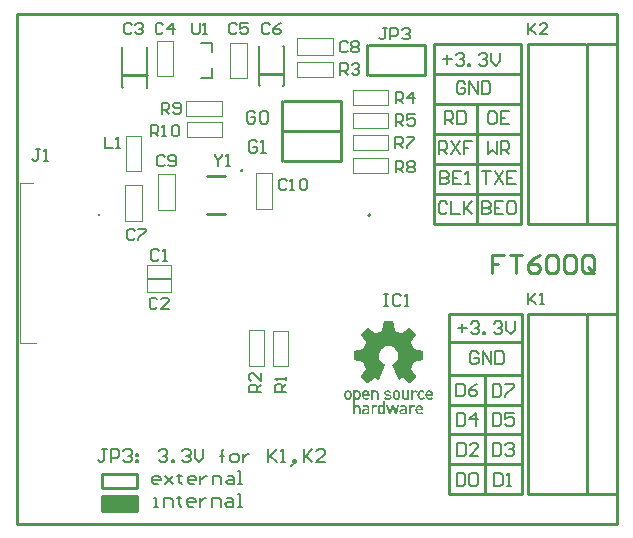
<source format=gto>
G04*
G04 #@! TF.GenerationSoftware,Altium Limited,Altium Designer,20.2.5 (213)*
G04*
G04 Layer_Color=65535*
%FSLAX42Y42*%
%MOMM*%
G71*
G04*
G04 #@! TF.SameCoordinates,99264967-5F5F-486C-9E42-840607406226*
G04*
G04*
G04 #@! TF.FilePolarity,Positive*
G04*
G01*
G75*
%ADD10C,0.20*%
%ADD11C,0.25*%
%ADD12C,0.10*%
%ADD13C,0.15*%
%ADD14C,0.18*%
%ADD15C,0.15*%
G36*
X6492Y5018D02*
Y5016D01*
X6507Y4942D01*
Y4940D01*
X6509Y4939D01*
X6510Y4937D01*
X6560Y4917D01*
X6564D01*
X6627Y4961D01*
X6629D01*
X6632Y4959D01*
X6686Y4908D01*
Y4907D01*
Y4905D01*
Y4904D01*
Y4902D01*
X6642Y4841D01*
Y4838D01*
Y4836D01*
Y4835D01*
X6665Y4783D01*
Y4782D01*
X6667Y4781D01*
X6670D01*
X6740Y4767D01*
X6743D01*
X6744Y4766D01*
Y4764D01*
Y4690D01*
Y4688D01*
X6743Y4687D01*
X6740D01*
X6671Y4672D01*
X6670D01*
X6668Y4671D01*
X6667Y4669D01*
X6645Y4614D01*
Y4612D01*
Y4611D01*
Y4609D01*
Y4608D01*
X6686Y4551D01*
Y4548D01*
Y4546D01*
X6632Y4493D01*
X6630Y4492D01*
X6629D01*
X6627Y4493D01*
X6570Y4532D01*
X6564D01*
X6541Y4518D01*
X6538D01*
X6536Y4520D01*
X6484Y4646D01*
Y4647D01*
X6485Y4652D01*
X6492Y4655D01*
X6494Y4656D01*
X6495Y4658D01*
X6497Y4659D01*
X6501Y4662D01*
X6507Y4668D01*
X6514Y4675D01*
X6522Y4684D01*
X6528Y4696D01*
X6532Y4709D01*
X6533Y4725D01*
Y4726D01*
Y4731D01*
X6532Y4737D01*
X6531Y4745D01*
X6528Y4754D01*
X6523Y4764D01*
X6517Y4775D01*
X6510Y4783D01*
X6509Y4785D01*
X6506Y4788D01*
X6501Y4791D01*
X6494Y4797D01*
X6485Y4801D01*
X6475Y4804D01*
X6465Y4807D01*
X6451Y4808D01*
X6446D01*
X6440Y4807D01*
X6431Y4805D01*
X6422Y4803D01*
X6412Y4798D01*
X6403Y4792D01*
X6393Y4783D01*
X6391Y4782D01*
X6390Y4779D01*
X6386Y4775D01*
X6381Y4767D01*
X6377Y4759D01*
X6374Y4748D01*
X6371Y4738D01*
X6369Y4725D01*
Y4723D01*
Y4718D01*
X6371Y4710D01*
X6374Y4700D01*
X6378Y4690D01*
X6386Y4678D01*
X6394Y4668D01*
X6408Y4658D01*
Y4656D01*
X6409Y4655D01*
X6410D01*
X6418Y4652D01*
X6419Y4650D01*
Y4646D01*
X6368Y4520D01*
X6366D01*
X6362Y4518D01*
X6337Y4532D01*
X6333D01*
X6276Y4493D01*
X6274Y4492D01*
X6273D01*
X6271Y4493D01*
X6217Y4546D01*
Y4548D01*
Y4549D01*
Y4551D01*
X6258Y4608D01*
Y4609D01*
Y4611D01*
Y4612D01*
Y4614D01*
X6235Y4669D01*
Y4671D01*
X6232Y4672D01*
X6163Y4687D01*
X6161D01*
X6160Y4688D01*
X6158Y4690D01*
Y4764D01*
Y4766D01*
X6160Y4767D01*
X6163D01*
X6233Y4781D01*
X6235D01*
X6239Y4783D01*
X6260Y4835D01*
Y4836D01*
Y4838D01*
Y4839D01*
Y4841D01*
X6217Y4902D01*
Y4904D01*
Y4905D01*
Y4907D01*
Y4908D01*
X6271Y4959D01*
X6273Y4961D01*
X6276D01*
X6337Y4917D01*
X6343D01*
X6393Y4937D01*
X6394D01*
X6396Y4939D01*
Y4942D01*
X6410Y5016D01*
Y5018D01*
X6412Y5019D01*
X6491D01*
X6492Y5018D01*
D02*
G37*
G36*
X6692Y4429D02*
X6698Y4426D01*
X6686Y4411D01*
X6684Y4413D01*
X6683Y4414D01*
X6680Y4416D01*
X6677Y4417D01*
X6674D01*
X6670Y4416D01*
X6664Y4410D01*
X6662Y4406D01*
X6661Y4400D01*
Y4353D01*
X6645D01*
Y4432D01*
X6661D01*
Y4423D01*
X6662Y4425D01*
X6665Y4428D01*
X6673Y4430D01*
X6681Y4432D01*
X6686D01*
X6692Y4429D01*
D02*
G37*
G36*
X6355D02*
X6359Y4425D01*
X6364Y4420D01*
X6366Y4413D01*
X6368Y4404D01*
Y4353D01*
X6352D01*
Y4400D01*
Y4401D01*
Y4403D01*
X6350Y4408D01*
X6345Y4414D01*
X6342Y4417D01*
X6333D01*
X6328Y4416D01*
X6323Y4410D01*
X6321Y4406D01*
X6320Y4400D01*
Y4353D01*
X6304D01*
Y4432D01*
X6320D01*
Y4423D01*
X6321Y4425D01*
X6325Y4428D01*
X6331Y4430D01*
X6342Y4432D01*
X6346D01*
X6355Y4429D01*
D02*
G37*
G36*
X6197Y4430D02*
X6204Y4429D01*
X6211Y4423D01*
X6213Y4422D01*
X6214Y4416D01*
X6216Y4407D01*
Y4392D01*
Y4391D01*
Y4389D01*
Y4381D01*
X6214Y4370D01*
X6211Y4362D01*
X6210Y4360D01*
X6204Y4357D01*
X6197Y4353D01*
X6189Y4351D01*
X6188D01*
X6183Y4353D01*
X6176Y4356D01*
X6167Y4360D01*
Y4299D01*
X6169Y4300D01*
X6173Y4303D01*
X6179Y4306D01*
X6189Y4307D01*
X6194D01*
X6202Y4304D01*
X6207Y4302D01*
X6211Y4296D01*
X6214Y4290D01*
X6216Y4281D01*
Y4230D01*
X6200D01*
Y4275D01*
Y4277D01*
Y4278D01*
X6198Y4284D01*
X6192Y4290D01*
X6189Y4293D01*
X6180D01*
X6176Y4291D01*
X6170Y4285D01*
X6169Y4281D01*
X6167Y4275D01*
Y4230D01*
X6154D01*
Y4432D01*
X6167D01*
Y4423D01*
X6169Y4425D01*
X6175Y4428D01*
X6180Y4430D01*
X6189Y4432D01*
X6191D01*
X6197Y4430D01*
D02*
G37*
G36*
X6456D02*
X6465Y4428D01*
X6475Y4420D01*
X6466Y4410D01*
X6463Y4411D01*
X6457Y4414D01*
X6450Y4416D01*
X6444Y4417D01*
X6441D01*
X6437Y4416D01*
X6432Y4414D01*
X6429Y4408D01*
Y4407D01*
X6431Y4406D01*
X6434Y4403D01*
X6441Y4401D01*
X6454Y4400D01*
X6459D01*
X6466Y4395D01*
X6475Y4388D01*
X6476Y4384D01*
X6478Y4376D01*
Y4375D01*
Y4372D01*
X6476Y4369D01*
X6473Y4365D01*
X6469Y4359D01*
X6463Y4356D01*
X6456Y4353D01*
X6444Y4351D01*
X6441D01*
X6432Y4353D01*
X6422Y4357D01*
X6410Y4366D01*
X6421Y4376D01*
X6422Y4375D01*
X6428Y4372D01*
X6437Y4367D01*
X6446Y4366D01*
X6449D01*
X6454Y4367D01*
X6459Y4370D01*
X6462Y4373D01*
Y4376D01*
Y4378D01*
X6460Y4379D01*
X6457Y4382D01*
X6451Y4385D01*
X6435D01*
X6434Y4387D01*
X6427Y4389D01*
X6419Y4397D01*
X6418Y4401D01*
X6416Y4408D01*
Y4410D01*
Y4413D01*
X6419Y4420D01*
X6424Y4425D01*
X6428Y4429D01*
X6435Y4430D01*
X6444Y4432D01*
X6447D01*
X6456Y4430D01*
D02*
G37*
G36*
X6741D02*
X6750Y4426D01*
X6759Y4419D01*
X6747Y4408D01*
X6746Y4410D01*
X6743Y4413D01*
X6739Y4416D01*
X6731Y4417D01*
X6728D01*
X6722Y4414D01*
X6718Y4411D01*
X6715Y4407D01*
X6714Y4401D01*
X6712Y4392D01*
Y4391D01*
Y4388D01*
X6715Y4381D01*
X6721Y4372D01*
X6725Y4369D01*
X6731Y4367D01*
X6733D01*
X6737Y4369D01*
X6741Y4372D01*
X6747Y4376D01*
X6759Y4366D01*
X6758Y4363D01*
X6752Y4359D01*
X6743Y4354D01*
X6731Y4351D01*
X6725D01*
X6720Y4354D01*
X6714Y4357D01*
X6708Y4362D01*
X6702Y4369D01*
X6698Y4379D01*
X6696Y4392D01*
Y4394D01*
Y4398D01*
X6698Y4406D01*
X6700Y4413D01*
X6705Y4419D01*
X6711Y4426D01*
X6720Y4430D01*
X6731Y4432D01*
X6734D01*
X6741Y4430D01*
D02*
G37*
G36*
X6627Y4353D02*
X6611D01*
Y4360D01*
X6610Y4359D01*
X6605Y4356D01*
X6599Y4353D01*
X6592Y4351D01*
X6588D01*
X6579Y4354D01*
X6573Y4357D01*
X6569Y4363D01*
X6566Y4369D01*
X6564Y4378D01*
Y4432D01*
X6580D01*
Y4385D01*
Y4382D01*
X6582Y4376D01*
X6588Y4370D01*
X6591Y4369D01*
X6596Y4367D01*
X6599D01*
X6604Y4370D01*
X6608Y4375D01*
X6611Y4379D01*
Y4385D01*
Y4432D01*
X6627D01*
Y4353D01*
D02*
G37*
G36*
X6806Y4430D02*
X6813Y4428D01*
X6819Y4425D01*
X6824Y4419D01*
X6828Y4410D01*
X6829Y4400D01*
Y4385D01*
X6780D01*
Y4384D01*
Y4382D01*
X6783Y4376D01*
X6788Y4369D01*
X6793Y4367D01*
X6799Y4366D01*
X6800D01*
X6804Y4367D01*
X6810Y4370D01*
X6815Y4375D01*
X6826Y4365D01*
X6825Y4363D01*
X6819Y4359D01*
X6810Y4353D01*
X6799Y4351D01*
X6793D01*
X6787Y4354D01*
X6781Y4357D01*
X6775Y4362D01*
X6769Y4369D01*
X6765Y4379D01*
X6763Y4392D01*
Y4394D01*
Y4398D01*
X6765Y4406D01*
X6768Y4413D01*
X6771Y4419D01*
X6777Y4426D01*
X6785Y4430D01*
X6796Y4432D01*
X6802D01*
X6806Y4430D01*
D02*
G37*
G36*
X6528D02*
X6535Y4429D01*
X6542Y4423D01*
X6544Y4422D01*
X6547Y4416D01*
X6550Y4407D01*
X6551Y4392D01*
Y4391D01*
Y4389D01*
X6550Y4381D01*
X6548Y4370D01*
X6542Y4362D01*
X6541Y4360D01*
X6536Y4357D01*
X6529Y4353D01*
X6519Y4351D01*
X6516D01*
X6510Y4353D01*
X6503Y4356D01*
X6494Y4362D01*
X6492Y4363D01*
X6491Y4369D01*
X6488Y4379D01*
X6487Y4392D01*
Y4394D01*
Y4395D01*
X6488Y4404D01*
X6490Y4414D01*
X6494Y4423D01*
X6495Y4425D01*
X6500Y4428D01*
X6509Y4430D01*
X6519Y4432D01*
X6522D01*
X6528Y4430D01*
D02*
G37*
G36*
X6268D02*
X6276Y4428D01*
X6282Y4425D01*
X6286Y4419D01*
X6290Y4410D01*
X6292Y4400D01*
Y4385D01*
X6242D01*
Y4384D01*
Y4382D01*
X6245Y4376D01*
X6249Y4369D01*
X6254Y4367D01*
X6260Y4366D01*
X6261D01*
X6267Y4367D01*
X6271Y4370D01*
X6277Y4375D01*
X6290Y4365D01*
X6287Y4363D01*
X6282Y4359D01*
X6273Y4353D01*
X6261Y4351D01*
X6255D01*
X6249Y4354D01*
X6243Y4357D01*
X6238Y4362D01*
X6232Y4369D01*
X6227Y4379D01*
X6226Y4392D01*
Y4394D01*
Y4398D01*
X6227Y4406D01*
X6230Y4413D01*
X6233Y4419D01*
X6239Y4426D01*
X6248Y4430D01*
X6258Y4432D01*
X6264D01*
X6268Y4430D01*
D02*
G37*
G36*
X6117D02*
X6125Y4429D01*
X6131Y4423D01*
X6132Y4422D01*
X6135Y4416D01*
X6138Y4407D01*
X6139Y4392D01*
Y4391D01*
Y4389D01*
X6138Y4381D01*
X6137Y4370D01*
X6131Y4362D01*
X6129Y4360D01*
X6125Y4357D01*
X6117Y4353D01*
X6107Y4351D01*
X6104D01*
X6098Y4353D01*
X6091Y4356D01*
X6082Y4362D01*
X6081Y4363D01*
X6079Y4370D01*
X6078Y4379D01*
X6076Y4392D01*
Y4394D01*
Y4395D01*
X6078Y4404D01*
X6079Y4413D01*
X6082Y4423D01*
X6084Y4425D01*
X6088Y4428D01*
X6097Y4430D01*
X6107Y4432D01*
X6110D01*
X6117Y4430D01*
D02*
G37*
G36*
X6673Y4304D02*
X6679Y4302D01*
X6665Y4288D01*
Y4290D01*
X6662Y4291D01*
X6659Y4293D01*
X6652D01*
X6648Y4291D01*
X6643Y4285D01*
X6640Y4281D01*
Y4275D01*
Y4230D01*
X6624D01*
Y4307D01*
X6640D01*
Y4299D01*
X6642Y4300D01*
X6646Y4303D01*
X6652Y4306D01*
X6662Y4307D01*
X6667D01*
X6673Y4304D01*
D02*
G37*
G36*
X6424Y4230D02*
X6408D01*
Y4236D01*
X6406Y4234D01*
X6402Y4231D01*
X6396Y4228D01*
X6387Y4227D01*
X6386D01*
X6380Y4228D01*
X6372Y4231D01*
X6366Y4239D01*
X6365Y4240D01*
X6364Y4244D01*
X6362Y4247D01*
Y4253D01*
X6361Y4259D01*
Y4268D01*
Y4269D01*
Y4272D01*
X6362Y4281D01*
X6364Y4291D01*
X6365Y4296D01*
X6366Y4299D01*
X6368Y4300D01*
X6371Y4303D01*
X6378Y4306D01*
X6387Y4307D01*
X6388D01*
X6394Y4306D01*
X6400Y4304D01*
X6408Y4299D01*
Y4340D01*
X6424D01*
Y4230D01*
D02*
G37*
G36*
X6355Y4304D02*
X6361Y4302D01*
X6349Y4288D01*
X6347Y4290D01*
X6346Y4291D01*
X6342Y4293D01*
X6336D01*
X6331Y4291D01*
X6325Y4285D01*
X6324Y4281D01*
Y4275D01*
Y4230D01*
X6308D01*
Y4307D01*
X6324D01*
Y4299D01*
X6325Y4300D01*
X6328Y4303D01*
X6334Y4306D01*
X6343Y4307D01*
X6349D01*
X6355Y4304D01*
D02*
G37*
G36*
X6519Y4230D02*
X6504D01*
X6487Y4284D01*
X6471Y4230D01*
X6457D01*
X6432Y4307D01*
X6449D01*
X6463Y4252D01*
X6482Y4307D01*
X6494D01*
X6512Y4252D01*
X6526Y4307D01*
X6544D01*
X6519Y4230D01*
D02*
G37*
G36*
X6592Y4304D02*
X6596Y4302D01*
X6602Y4297D01*
X6605Y4291D01*
X6607Y4283D01*
Y4230D01*
X6592D01*
Y4236D01*
X6591Y4234D01*
X6588Y4231D01*
X6580Y4228D01*
X6572Y4227D01*
X6567D01*
X6558Y4230D01*
X6553Y4233D01*
X6548Y4237D01*
X6545Y4243D01*
X6544Y4252D01*
Y4253D01*
Y4256D01*
X6547Y4263D01*
X6550Y4268D01*
X6555Y4272D01*
X6561Y4274D01*
X6570Y4275D01*
X6592D01*
Y4283D01*
Y4284D01*
X6591Y4288D01*
X6585Y4291D01*
X6582Y4293D01*
X6570D01*
X6564Y4291D01*
X6561Y4288D01*
X6550Y4297D01*
X6551Y4299D01*
X6555Y4303D01*
X6563Y4306D01*
X6576Y4307D01*
X6580D01*
X6592Y4304D01*
D02*
G37*
G36*
X6267Y4306D02*
X6274Y4304D01*
X6280Y4302D01*
X6284Y4297D01*
X6289Y4291D01*
X6290Y4283D01*
Y4230D01*
X6274D01*
Y4236D01*
X6273Y4234D01*
X6270Y4231D01*
X6264Y4228D01*
X6255Y4227D01*
X6251D01*
X6241Y4230D01*
X6235Y4233D01*
X6230Y4237D01*
X6227Y4243D01*
X6226Y4252D01*
Y4253D01*
Y4256D01*
X6229Y4263D01*
X6232Y4268D01*
X6238Y4272D01*
X6243Y4274D01*
X6252Y4275D01*
X6274D01*
Y4283D01*
Y4284D01*
X6273Y4288D01*
X6267Y4291D01*
X6264Y4293D01*
X6252D01*
X6246Y4291D01*
X6242Y4288D01*
X6230Y4297D01*
X6232Y4299D01*
X6238Y4303D01*
X6245Y4306D01*
X6257Y4307D01*
X6262D01*
X6267Y4306D01*
D02*
G37*
G36*
X6721D02*
X6728Y4303D01*
X6734Y4300D01*
X6739Y4294D01*
X6743Y4285D01*
X6744Y4275D01*
Y4261D01*
X6695D01*
Y4259D01*
Y4258D01*
X6698Y4252D01*
X6702Y4244D01*
X6706Y4243D01*
X6712Y4241D01*
X6714D01*
X6720Y4243D01*
X6724Y4246D01*
X6730Y4250D01*
X6741Y4240D01*
X6740Y4239D01*
X6734Y4234D01*
X6725Y4228D01*
X6714Y4227D01*
X6708D01*
X6702Y4230D01*
X6696Y4233D01*
X6690Y4237D01*
X6684Y4244D01*
X6680Y4255D01*
X6679Y4268D01*
Y4269D01*
Y4274D01*
X6680Y4281D01*
X6683Y4288D01*
X6686Y4294D01*
X6692Y4302D01*
X6700Y4306D01*
X6711Y4307D01*
X6717D01*
X6721Y4306D01*
D02*
G37*
%LPC*%
G36*
X6183Y4417D02*
X6180D01*
X6176Y4414D01*
X6173Y4411D01*
X6170Y4407D01*
X6169Y4401D01*
X6167Y4392D01*
Y4391D01*
Y4388D01*
X6169Y4381D01*
X6175Y4372D01*
X6178Y4369D01*
X6183Y4367D01*
X6186D01*
X6192Y4370D01*
X6195Y4373D01*
X6197Y4378D01*
X6200Y4384D01*
Y4392D01*
Y4394D01*
Y4397D01*
X6198Y4406D01*
X6192Y4413D01*
X6189Y4416D01*
X6183Y4417D01*
D02*
G37*
G36*
X6800D02*
X6793D01*
X6788Y4416D01*
X6783Y4410D01*
X6781Y4406D01*
X6780Y4400D01*
X6813D01*
Y4401D01*
Y4403D01*
X6810Y4408D01*
X6804Y4414D01*
X6800Y4417D01*
D02*
G37*
G36*
X6519D02*
X6517D01*
X6514Y4416D01*
X6510Y4414D01*
X6507Y4410D01*
X6506Y4407D01*
X6504Y4401D01*
X6503Y4392D01*
Y4389D01*
Y4385D01*
X6504Y4378D01*
X6507Y4373D01*
Y4372D01*
X6509Y4370D01*
X6513Y4369D01*
X6519Y4367D01*
X6520D01*
X6523Y4369D01*
X6528Y4370D01*
X6531Y4373D01*
X6532Y4375D01*
X6533Y4378D01*
X6535Y4384D01*
Y4392D01*
Y4395D01*
Y4400D01*
X6533Y4406D01*
X6531Y4410D01*
Y4411D01*
X6528Y4414D01*
X6525Y4416D01*
X6519Y4417D01*
D02*
G37*
G36*
X6262D02*
X6255D01*
X6251Y4416D01*
X6245Y4410D01*
X6243Y4406D01*
X6242Y4400D01*
X6276D01*
Y4401D01*
Y4403D01*
X6273Y4408D01*
X6267Y4414D01*
X6262Y4417D01*
D02*
G37*
G36*
X6107D02*
X6106D01*
X6103Y4416D01*
X6098Y4414D01*
X6096Y4410D01*
X6094Y4408D01*
X6093Y4406D01*
X6091Y4400D01*
X6090Y4392D01*
Y4391D01*
X6091Y4385D01*
X6093Y4379D01*
X6096Y4373D01*
Y4372D01*
X6097Y4370D01*
X6101Y4369D01*
X6107Y4367D01*
X6109D01*
X6113Y4369D01*
X6117Y4370D01*
X6120Y4373D01*
Y4375D01*
X6122Y4378D01*
X6123Y4384D01*
Y4392D01*
Y4395D01*
Y4400D01*
X6122Y4406D01*
X6120Y4410D01*
X6119Y4411D01*
X6117Y4414D01*
X6113Y4416D01*
X6107Y4417D01*
D02*
G37*
G36*
X6393Y4293D02*
X6390D01*
X6386Y4290D01*
X6383Y4287D01*
X6380Y4283D01*
X6378Y4277D01*
X6377Y4268D01*
Y4266D01*
Y4263D01*
X6378Y4256D01*
X6384Y4247D01*
X6387Y4244D01*
X6393Y4243D01*
X6396D01*
X6400Y4246D01*
X6403Y4249D01*
X6405Y4253D01*
X6408Y4259D01*
Y4268D01*
Y4269D01*
Y4272D01*
X6406Y4281D01*
X6402Y4288D01*
X6397Y4291D01*
X6393Y4293D01*
D02*
G37*
G36*
X6592Y4261D02*
X6572D01*
X6567Y4259D01*
X6561Y4258D01*
X6560Y4252D01*
Y4250D01*
X6561Y4247D01*
X6566Y4243D01*
X6573Y4241D01*
X6576D01*
X6583Y4243D01*
X6589Y4247D01*
X6591Y4252D01*
X6592Y4256D01*
Y4261D01*
D02*
G37*
G36*
X6274D02*
X6254D01*
X6249Y4259D01*
X6243Y4258D01*
X6242Y4252D01*
Y4250D01*
X6243Y4247D01*
X6248Y4243D01*
X6257Y4241D01*
X6260D01*
X6265Y4243D01*
X6271Y4247D01*
X6274Y4252D01*
Y4256D01*
Y4261D01*
D02*
G37*
G36*
X6715Y4293D02*
X6708D01*
X6703Y4291D01*
X6698Y4285D01*
X6696Y4281D01*
X6695Y4275D01*
X6728D01*
Y4277D01*
Y4278D01*
X6725Y4284D01*
X6720Y4290D01*
X6715Y4293D01*
D02*
G37*
%LPD*%
D10*
X4003Y5921D02*
G03*
X4003Y5911I0J-5D01*
G01*
D02*
G03*
X4003Y5921I0J5D01*
G01*
D02*
G03*
X4003Y5911I0J-5D01*
G01*
X6299Y5912D02*
G03*
X6299Y5912I-10J0D01*
G01*
X4960Y7076D02*
Y7156D01*
X4860Y7076D02*
X4960D01*
Y7296D02*
Y7376D01*
X4860D02*
X4960D01*
D11*
X5211Y6294D02*
G03*
X5211Y6294I-6J0D01*
G01*
X4296Y3510D02*
X4310Y3525D01*
X4035Y3510D02*
X4296D01*
X4024Y3427D02*
X4303D01*
X4024D02*
X4039Y3442D01*
X4318D01*
X4305Y3454D02*
X4318Y3442D01*
X4054Y3454D02*
X4305D01*
X4049Y3450D02*
X4054Y3454D01*
X4024Y3476D02*
X4049Y3450D01*
X4024Y3476D02*
X4324D01*
X4301Y3499D02*
X4324Y3476D01*
X4024Y3499D02*
X4301D01*
X4024D02*
X4035Y3510D01*
X4025Y3525D02*
X4310D01*
X4024Y3413D02*
Y3538D01*
Y3413D02*
X4324D01*
Y3538D01*
X4024D02*
X4324D01*
X4025Y3725D02*
X4325D01*
Y3600D02*
Y3725D01*
X4025Y3600D02*
X4325D01*
X4025D02*
Y3725D01*
X6764Y7098D02*
Y7352D01*
X6269Y7098D02*
Y7352D01*
X6282Y7098D02*
X6764D01*
X6282Y7352D02*
X6764D01*
X6833Y5842D02*
Y5867D01*
Y5842D02*
X7569D01*
X6833Y7112D02*
X7569D01*
X6845Y6858D02*
X7557D01*
X6845Y6604D02*
X7569D01*
X6833Y6350D02*
X7569D01*
X6845Y6096D02*
X7569D01*
X7201Y5842D02*
Y6845D01*
X6833Y5867D02*
Y7366D01*
X7569D01*
Y5842D02*
Y7366D01*
X7271Y3556D02*
Y4559D01*
X6960Y3810D02*
X7582D01*
X6960Y4064D02*
X7582D01*
X6960Y4305D02*
X7582D01*
X6960Y4559D02*
X7582D01*
X6960Y4839D02*
X7582D01*
X6960Y5080D02*
X7582D01*
Y3556D02*
Y5080D01*
X6960Y3556D02*
X7582D01*
X6960D02*
Y5080D01*
X5361Y7110D02*
X5558D01*
X4205Y7097D02*
X4403D01*
X4916Y6243D02*
X5066D01*
X4916Y5923D02*
X5066D01*
X6046Y6375D02*
Y6629D01*
X5551Y6375D02*
Y6629D01*
X5563Y6375D02*
X6046D01*
X5563Y6629D02*
X6046D01*
Y6883D01*
X5551Y6629D02*
Y6883D01*
X5563Y6629D02*
X6046D01*
X5563Y6883D02*
X6046D01*
X7633Y3556D02*
Y5080D01*
X8115D01*
X7633Y3556D02*
X8128D01*
Y5080D01*
Y3556D02*
X8382D01*
Y5080D01*
X8128D02*
X8382D01*
X8128Y3556D02*
X8382D01*
X7633Y5842D02*
Y7366D01*
X8115D01*
X7633Y5842D02*
X8128D01*
Y7366D01*
Y5842D02*
X8382D01*
Y7366D01*
X8128D02*
X8382D01*
X8128Y5842D02*
X8382D01*
X7427Y5578D02*
X7325D01*
Y5502D01*
X7376D01*
X7325D01*
Y5425D01*
X7478Y5578D02*
X7579D01*
X7529D01*
Y5425D01*
X7732Y5578D02*
X7681Y5552D01*
X7630Y5502D01*
Y5451D01*
X7655Y5425D01*
X7706D01*
X7732Y5451D01*
Y5476D01*
X7706Y5502D01*
X7630D01*
X7782Y5552D02*
X7808Y5578D01*
X7859D01*
X7884Y5552D01*
Y5451D01*
X7859Y5425D01*
X7808D01*
X7782Y5451D01*
Y5552D01*
X7935D02*
X7960Y5578D01*
X8011D01*
X8036Y5552D01*
Y5451D01*
X8011Y5425D01*
X7960D01*
X7935Y5451D01*
Y5552D01*
X8189Y5451D02*
Y5552D01*
X8163Y5578D01*
X8113D01*
X8087Y5552D01*
Y5451D01*
X8113Y5425D01*
X8163D01*
X8138Y5476D02*
X8189Y5425D01*
X8163D02*
X8189Y5451D01*
X3302Y3302D02*
Y7620D01*
X8382D01*
Y3302D02*
Y7620D01*
X3302Y3302D02*
X8382D01*
D12*
X3335Y6188D02*
X3443D01*
X3335Y4833D02*
Y6188D01*
Y4833D02*
X3468D01*
X6149Y6272D02*
X6449D01*
X6149D02*
Y6402D01*
X6449D01*
Y6272D02*
Y6402D01*
X6149Y6463D02*
X6449D01*
X6149D02*
Y6593D01*
X6449D01*
Y6463D02*
Y6593D01*
X6148Y6653D02*
X6448D01*
X6148D02*
Y6783D01*
X6448D01*
Y6653D02*
Y6783D01*
X6149Y6844D02*
X6449D01*
X6149D02*
Y6974D01*
X6449D01*
Y6844D02*
Y6974D01*
X5979Y7271D02*
Y7411D01*
X5679Y7271D02*
X5979D01*
X5679Y7411D02*
X5979D01*
X5679Y7271D02*
Y7411D01*
Y7085D02*
X5979D01*
X5679D02*
Y7215D01*
X5979D01*
Y7085D02*
Y7215D01*
X5112Y7076D02*
X5252D01*
X5112D02*
Y7376D01*
X5252Y7076D02*
Y7376D01*
X5112D02*
X5252D01*
X4228Y6287D02*
Y6587D01*
X4358D01*
Y6287D02*
Y6587D01*
X4228Y6287D02*
X4358D01*
X4741Y6574D02*
X5041D01*
X4741D02*
Y6704D01*
X5041D01*
Y6574D02*
Y6704D01*
X4740Y6755D02*
X5040D01*
X4740D02*
Y6885D01*
X5040D01*
Y6755D02*
Y6885D01*
X4489Y7090D02*
X4629D01*
X4489D02*
Y7390D01*
X4629Y7090D02*
Y7390D01*
X4489D02*
X4629D01*
X5327Y5970D02*
X5467D01*
X5327D02*
Y6270D01*
X5467Y5970D02*
Y6270D01*
X5327D02*
X5467D01*
X4502Y5959D02*
X4642D01*
X4502D02*
Y6259D01*
X4642Y5959D02*
Y6259D01*
X4502D02*
X4642D01*
X4223Y5868D02*
X4363D01*
X4223D02*
Y6168D01*
X4363Y5868D02*
Y6168D01*
X4223D02*
X4363D01*
X4403Y5371D02*
X4613D01*
Y5261D02*
Y5371D01*
X4403Y5261D02*
X4613D01*
X4403D02*
Y5371D01*
Y5491D02*
X4613D01*
Y5381D02*
Y5491D01*
X4403Y5381D02*
X4613D01*
X4403D02*
Y5491D01*
X5269Y4638D02*
Y4938D01*
X5399D01*
Y4638D02*
Y4938D01*
X5269Y4638D02*
X5399D01*
X5602Y4637D02*
Y4937D01*
X5472Y4637D02*
X5602D01*
X5472D02*
Y4937D01*
X5602D01*
D13*
X5353Y7013D02*
X5361Y7005D01*
X5558Y7007D02*
X5566Y7015D01*
Y7343D01*
X5559Y7350D02*
X5566Y7343D01*
X5353Y7013D02*
Y7340D01*
X5361Y7348D01*
X4198Y7000D02*
X4205Y6992D01*
X4403Y6995D02*
X4410Y7002D01*
Y7330D01*
X4403Y7337D02*
X4410Y7330D01*
X4198Y7000D02*
Y7327D01*
X4205Y7335D01*
D14*
X4503Y3637D02*
X4468D01*
X4450Y3655D01*
Y3691D01*
X4468Y3708D01*
X4503D01*
X4521Y3691D01*
Y3673D01*
X4450D01*
X4557Y3708D02*
X4628Y3637D01*
X4592Y3673D01*
X4628Y3708D01*
X4557Y3637D01*
X4681Y3726D02*
Y3708D01*
X4663D01*
X4699D01*
X4681D01*
Y3655D01*
X4699Y3637D01*
X4806D02*
X4770D01*
X4752Y3655D01*
Y3691D01*
X4770Y3708D01*
X4806D01*
X4823Y3691D01*
Y3673D01*
X4752D01*
X4859Y3708D02*
Y3637D01*
Y3673D01*
X4877Y3691D01*
X4894Y3708D01*
X4912D01*
X4966Y3637D02*
Y3708D01*
X5019D01*
X5037Y3691D01*
Y3637D01*
X5090Y3708D02*
X5126D01*
X5143Y3691D01*
Y3637D01*
X5090D01*
X5072Y3655D01*
X5090Y3673D01*
X5143D01*
X5179Y3637D02*
X5214D01*
X5197D01*
Y3744D01*
X5179D01*
X4463Y3447D02*
X4498D01*
X4481D01*
Y3518D01*
X4463D01*
X4552Y3447D02*
Y3518D01*
X4605D01*
X4623Y3500D01*
Y3447D01*
X4676Y3536D02*
Y3518D01*
X4658D01*
X4694D01*
X4676D01*
Y3465D01*
X4694Y3447D01*
X4800D02*
X4765D01*
X4747Y3465D01*
Y3500D01*
X4765Y3518D01*
X4800D01*
X4818Y3500D01*
Y3482D01*
X4747D01*
X4854Y3518D02*
Y3447D01*
Y3482D01*
X4872Y3500D01*
X4889Y3518D01*
X4907D01*
X4960Y3447D02*
Y3518D01*
X5014D01*
X5032Y3500D01*
Y3447D01*
X5085Y3518D02*
X5120D01*
X5138Y3500D01*
Y3447D01*
X5085D01*
X5067Y3465D01*
X5085Y3482D01*
X5138D01*
X5174Y3447D02*
X5209D01*
X5192D01*
Y3553D01*
X5174D01*
X4064Y3932D02*
X4028D01*
X4046D01*
Y3843D01*
X4028Y3825D01*
X4011D01*
X3993Y3843D01*
X4100Y3825D02*
Y3932D01*
X4153D01*
X4171Y3914D01*
Y3879D01*
X4153Y3861D01*
X4100D01*
X4206Y3914D02*
X4224Y3932D01*
X4259D01*
X4277Y3914D01*
Y3896D01*
X4259Y3879D01*
X4242D01*
X4259D01*
X4277Y3861D01*
Y3843D01*
X4259Y3825D01*
X4224D01*
X4206Y3843D01*
X4313Y3896D02*
X4331D01*
Y3879D01*
X4313D01*
Y3896D01*
Y3843D02*
X4331D01*
Y3825D01*
X4313D01*
Y3843D01*
X4508Y3914D02*
X4526Y3932D01*
X4562D01*
X4579Y3914D01*
Y3896D01*
X4562Y3879D01*
X4544D01*
X4562D01*
X4579Y3861D01*
Y3843D01*
X4562Y3825D01*
X4526D01*
X4508Y3843D01*
X4615Y3825D02*
Y3843D01*
X4633D01*
Y3825D01*
X4615D01*
X4704Y3914D02*
X4722Y3932D01*
X4757D01*
X4775Y3914D01*
Y3896D01*
X4757Y3879D01*
X4739D01*
X4757D01*
X4775Y3861D01*
Y3843D01*
X4757Y3825D01*
X4722D01*
X4704Y3843D01*
X4810Y3932D02*
Y3861D01*
X4846Y3825D01*
X4882Y3861D01*
Y3932D01*
X5042Y3825D02*
Y3914D01*
Y3879D01*
X5024D01*
X5059D01*
X5042D01*
Y3914D01*
X5059Y3932D01*
X5130Y3825D02*
X5166D01*
X5184Y3843D01*
Y3879D01*
X5166Y3896D01*
X5130D01*
X5113Y3879D01*
Y3843D01*
X5130Y3825D01*
X5219Y3896D02*
Y3825D01*
Y3861D01*
X5237Y3879D01*
X5255Y3896D01*
X5273D01*
X5433Y3932D02*
Y3825D01*
Y3861D01*
X5504Y3932D01*
X5450Y3879D01*
X5504Y3825D01*
X5539D02*
X5575D01*
X5557D01*
Y3932D01*
X5539Y3914D01*
X5646Y3807D02*
X5664Y3825D01*
Y3843D01*
X5646D01*
Y3825D01*
X5664D01*
X5646Y3807D01*
X5628Y3790D01*
X5735Y3932D02*
Y3825D01*
Y3861D01*
X5806Y3932D01*
X5753Y3879D01*
X5806Y3825D01*
X5912D02*
X5841D01*
X5912Y3896D01*
Y3914D01*
X5895Y3932D01*
X5859D01*
X5841Y3914D01*
X6927Y6685D02*
Y6792D01*
X6980D01*
X6998Y6774D01*
Y6739D01*
X6980Y6721D01*
X6927D01*
X6962D02*
X6998Y6685D01*
X7033Y6792D02*
Y6685D01*
X7087D01*
X7104Y6703D01*
Y6774D01*
X7087Y6792D01*
X7033D01*
X7348D02*
X7313D01*
X7295Y6774D01*
Y6703D01*
X7313Y6685D01*
X7348D01*
X7366Y6703D01*
Y6774D01*
X7348Y6792D01*
X7473D02*
X7402D01*
Y6685D01*
X7473D01*
X7402Y6739D02*
X7437D01*
X7295Y6538D02*
Y6431D01*
X7330Y6467D01*
X7366Y6431D01*
Y6538D01*
X7402Y6431D02*
Y6538D01*
X7455D01*
X7473Y6520D01*
Y6485D01*
X7455Y6467D01*
X7402D01*
X7437D02*
X7473Y6431D01*
X6876D02*
Y6538D01*
X6929D01*
X6947Y6520D01*
Y6485D01*
X6929Y6467D01*
X6876D01*
X6911D02*
X6947Y6431D01*
X6982Y6538D02*
X7054Y6431D01*
Y6538D02*
X6982Y6431D01*
X7160Y6538D02*
X7089D01*
Y6485D01*
X7125D01*
X7089D01*
Y6431D01*
X7244Y6284D02*
X7315D01*
X7280D01*
Y6177D01*
X7351Y6284D02*
X7422Y6177D01*
Y6284D02*
X7351Y6177D01*
X7528Y6284D02*
X7457D01*
Y6177D01*
X7528D01*
X7457Y6231D02*
X7493D01*
X6888Y6284D02*
Y6177D01*
X6942D01*
X6960Y6195D01*
Y6213D01*
X6942Y6231D01*
X6888D01*
X6942D01*
X6960Y6248D01*
Y6266D01*
X6942Y6284D01*
X6888D01*
X7066D02*
X6995D01*
Y6177D01*
X7066D01*
X6995Y6231D02*
X7031D01*
X7102Y6177D02*
X7137D01*
X7120D01*
Y6284D01*
X7102Y6266D01*
X7244Y6030D02*
Y5923D01*
X7297D01*
X7315Y5941D01*
Y5959D01*
X7297Y5977D01*
X7244D01*
X7297D01*
X7315Y5994D01*
Y6012D01*
X7297Y6030D01*
X7244D01*
X7422D02*
X7351D01*
Y5923D01*
X7422D01*
X7351Y5977D02*
X7386D01*
X7457Y6012D02*
X7475Y6030D01*
X7511D01*
X7528Y6012D01*
Y5941D01*
X7511Y5923D01*
X7475D01*
X7457Y5941D01*
Y6012D01*
X6947D02*
X6929Y6030D01*
X6894D01*
X6876Y6012D01*
Y5941D01*
X6894Y5923D01*
X6929D01*
X6947Y5941D01*
X6982Y6030D02*
Y5923D01*
X7054D01*
X7089Y6030D02*
Y5923D01*
Y5959D01*
X7160Y6030D01*
X7107Y5977D01*
X7160Y5923D01*
X7099Y7028D02*
X7082Y7046D01*
X7046D01*
X7028Y7028D01*
Y6957D01*
X7046Y6939D01*
X7082D01*
X7099Y6957D01*
Y6993D01*
X7064D01*
X7135Y6939D02*
Y7046D01*
X7206Y6939D01*
Y7046D01*
X7241D02*
Y6939D01*
X7295D01*
X7313Y6957D01*
Y7028D01*
X7295Y7046D01*
X7241D01*
X6914Y7234D02*
X6985D01*
X6949Y7269D02*
Y7198D01*
X7021Y7269D02*
X7038Y7287D01*
X7074D01*
X7092Y7269D01*
Y7252D01*
X7074Y7234D01*
X7056D01*
X7074D01*
X7092Y7216D01*
Y7198D01*
X7074Y7181D01*
X7038D01*
X7021Y7198D01*
X7127Y7181D02*
Y7198D01*
X7145D01*
Y7181D01*
X7127D01*
X7216Y7269D02*
X7234Y7287D01*
X7269D01*
X7287Y7269D01*
Y7252D01*
X7269Y7234D01*
X7252D01*
X7269D01*
X7287Y7216D01*
Y7198D01*
X7269Y7181D01*
X7234D01*
X7216Y7198D01*
X7323Y7287D02*
Y7216D01*
X7358Y7181D01*
X7394Y7216D01*
Y7287D01*
X7041Y4961D02*
X7112D01*
X7076Y4996D02*
Y4925D01*
X7148Y4996D02*
X7165Y5014D01*
X7201D01*
X7219Y4996D01*
Y4978D01*
X7201Y4961D01*
X7183D01*
X7201D01*
X7219Y4943D01*
Y4925D01*
X7201Y4907D01*
X7165D01*
X7148Y4925D01*
X7254Y4907D02*
Y4925D01*
X7272D01*
Y4907D01*
X7254D01*
X7343Y4996D02*
X7361Y5014D01*
X7396D01*
X7414Y4996D01*
Y4978D01*
X7396Y4961D01*
X7379D01*
X7396D01*
X7414Y4943D01*
Y4925D01*
X7396Y4907D01*
X7361D01*
X7343Y4925D01*
X7450Y5014D02*
Y4943D01*
X7485Y4907D01*
X7521Y4943D01*
Y5014D01*
X7214Y4742D02*
X7196Y4760D01*
X7160D01*
X7142Y4742D01*
Y4671D01*
X7160Y4653D01*
X7196D01*
X7214Y4671D01*
Y4707D01*
X7178D01*
X7249Y4653D02*
Y4760D01*
X7320Y4653D01*
Y4760D01*
X7356D02*
Y4653D01*
X7409D01*
X7427Y4671D01*
Y4742D01*
X7409Y4760D01*
X7356D01*
X7028Y3731D02*
Y3625D01*
X7082D01*
X7099Y3642D01*
Y3713D01*
X7082Y3731D01*
X7028D01*
X7135Y3713D02*
X7153Y3731D01*
X7188D01*
X7206Y3713D01*
Y3642D01*
X7188Y3625D01*
X7153D01*
X7135Y3642D01*
Y3713D01*
X7033Y3985D02*
Y3879D01*
X7087D01*
X7104Y3896D01*
Y3967D01*
X7087Y3985D01*
X7033D01*
X7211Y3879D02*
X7140D01*
X7211Y3950D01*
Y3967D01*
X7193Y3985D01*
X7158D01*
X7140Y3967D01*
X7346Y3731D02*
Y3625D01*
X7399D01*
X7417Y3642D01*
Y3713D01*
X7399Y3731D01*
X7346D01*
X7452Y3625D02*
X7488D01*
X7470D01*
Y3731D01*
X7452Y3713D01*
X7333Y3985D02*
Y3879D01*
X7386D01*
X7404Y3896D01*
Y3967D01*
X7386Y3985D01*
X7333D01*
X7440Y3967D02*
X7457Y3985D01*
X7493D01*
X7511Y3967D01*
Y3950D01*
X7493Y3932D01*
X7475D01*
X7493D01*
X7511Y3914D01*
Y3896D01*
X7493Y3879D01*
X7457D01*
X7440Y3896D01*
X7028Y4239D02*
Y4133D01*
X7082D01*
X7099Y4150D01*
Y4221D01*
X7082Y4239D01*
X7028D01*
X7188Y4133D02*
Y4239D01*
X7135Y4186D01*
X7206D01*
X7333Y4239D02*
Y4133D01*
X7386D01*
X7404Y4150D01*
Y4221D01*
X7386Y4239D01*
X7333D01*
X7511D02*
X7440D01*
Y4186D01*
X7475Y4204D01*
X7493D01*
X7511Y4186D01*
Y4150D01*
X7493Y4133D01*
X7457D01*
X7440Y4150D01*
X7026Y4486D02*
Y4379D01*
X7079D01*
X7097Y4397D01*
Y4468D01*
X7079Y4486D01*
X7026D01*
X7203D02*
X7168Y4468D01*
X7132Y4432D01*
Y4397D01*
X7150Y4379D01*
X7186D01*
X7203Y4397D01*
Y4415D01*
X7186Y4432D01*
X7132D01*
X7333Y4481D02*
Y4374D01*
X7386D01*
X7404Y4392D01*
Y4463D01*
X7386Y4481D01*
X7333D01*
X7440D02*
X7511D01*
Y4463D01*
X7440Y4392D01*
Y4374D01*
X5339Y6530D02*
X5321Y6548D01*
X5286D01*
X5268Y6530D01*
Y6459D01*
X5286Y6441D01*
X5321D01*
X5339Y6459D01*
Y6495D01*
X5304D01*
X5375Y6441D02*
X5410D01*
X5392D01*
Y6548D01*
X5375Y6530D01*
X5324Y6779D02*
X5306Y6797D01*
X5270D01*
X5253Y6779D01*
Y6708D01*
X5270Y6690D01*
X5306D01*
X5324Y6708D01*
Y6744D01*
X5288D01*
X5359Y6779D02*
X5377Y6797D01*
X5413D01*
X5430Y6779D01*
Y6708D01*
X5413Y6690D01*
X5377D01*
X5359Y6708D01*
Y6779D01*
D15*
X6436Y7498D02*
X6404D01*
X6420D01*
Y7418D01*
X6404Y7402D01*
X6387D01*
X6371Y7418D01*
X6468Y7402D02*
Y7498D01*
X6516D01*
X6532Y7482D01*
Y7450D01*
X6516Y7434D01*
X6468D01*
X6564Y7482D02*
X6580Y7498D01*
X6613D01*
X6629Y7482D01*
Y7466D01*
X6613Y7450D01*
X6596D01*
X6613D01*
X6629Y7434D01*
Y7418D01*
X6613Y7402D01*
X6580D01*
X6564Y7418D01*
X4050Y6576D02*
Y6480D01*
X4115D01*
X4147D02*
X4179D01*
X4163D01*
Y6576D01*
X4147Y6560D01*
X4439Y6581D02*
Y6678D01*
X4487D01*
X4503Y6662D01*
Y6629D01*
X4487Y6613D01*
X4439D01*
X4471D02*
X4503Y6581D01*
X4535D02*
X4567D01*
X4551D01*
Y6678D01*
X4535Y6662D01*
X4616D02*
X4632Y6678D01*
X4664D01*
X4680Y6662D01*
Y6597D01*
X4664Y6581D01*
X4632D01*
X4616Y6597D01*
Y6662D01*
X4530Y6772D02*
Y6868D01*
X4578D01*
X4594Y6852D01*
Y6820D01*
X4578Y6804D01*
X4530D01*
X4562D02*
X4594Y6772D01*
X4626Y6788D02*
X4642Y6772D01*
X4674D01*
X4691Y6788D01*
Y6852D01*
X4674Y6868D01*
X4642D01*
X4626Y6852D01*
Y6836D01*
X4642Y6820D01*
X4691D01*
X6511Y6276D02*
Y6373D01*
X6559D01*
X6575Y6357D01*
Y6325D01*
X6559Y6309D01*
X6511D01*
X6543D02*
X6575Y6276D01*
X6607Y6357D02*
X6623Y6373D01*
X6656D01*
X6672Y6357D01*
Y6341D01*
X6656Y6325D01*
X6672Y6309D01*
Y6292D01*
X6656Y6276D01*
X6623D01*
X6607Y6292D01*
Y6309D01*
X6623Y6325D01*
X6607Y6341D01*
Y6357D01*
X6623Y6325D02*
X6656D01*
X6509Y6482D02*
Y6579D01*
X6558D01*
X6574Y6563D01*
Y6530D01*
X6558Y6514D01*
X6509D01*
X6542D02*
X6574Y6482D01*
X6606Y6579D02*
X6670D01*
Y6563D01*
X6606Y6498D01*
Y6482D01*
X6511Y6670D02*
Y6767D01*
X6559D01*
X6575Y6750D01*
Y6718D01*
X6559Y6702D01*
X6511D01*
X6543D02*
X6575Y6670D01*
X6672Y6767D02*
X6607D01*
Y6718D01*
X6640Y6734D01*
X6656D01*
X6672Y6718D01*
Y6686D01*
X6656Y6670D01*
X6623D01*
X6607Y6686D01*
X6511Y6861D02*
Y6957D01*
X6559D01*
X6575Y6941D01*
Y6909D01*
X6559Y6893D01*
X6511D01*
X6543D02*
X6575Y6861D01*
X6656D02*
Y6957D01*
X6607Y6909D01*
X6672D01*
X6042Y7104D02*
Y7201D01*
X6091D01*
X6107Y7185D01*
Y7153D01*
X6091Y7137D01*
X6042D01*
X6075D02*
X6107Y7104D01*
X6139Y7185D02*
X6155Y7201D01*
X6187D01*
X6203Y7185D01*
Y7169D01*
X6187Y7153D01*
X6171D01*
X6187D01*
X6203Y7137D01*
Y7121D01*
X6187Y7104D01*
X6155D01*
X6139Y7121D01*
X5370Y4415D02*
X5273D01*
Y4464D01*
X5289Y4480D01*
X5321D01*
X5337Y4464D01*
Y4415D01*
Y4448D02*
X5370Y4480D01*
Y4576D02*
Y4512D01*
X5305Y4576D01*
X5289D01*
X5273Y4560D01*
Y4528D01*
X5289Y4512D01*
X5585Y4419D02*
X5489D01*
Y4467D01*
X5505Y4483D01*
X5537D01*
X5553Y4467D01*
Y4419D01*
Y4451D02*
X5585Y4483D01*
Y4515D02*
Y4547D01*
Y4531D01*
X5489D01*
X5505Y4515D01*
X4978Y6429D02*
Y6413D01*
X5010Y6380D01*
X5042Y6413D01*
Y6429D01*
X5010Y6380D02*
Y6332D01*
X5074D02*
X5106D01*
X5090D01*
Y6429D01*
X5074Y6413D01*
X4787Y7541D02*
Y7461D01*
X4803Y7445D01*
X4835D01*
X4851Y7461D01*
Y7541D01*
X4884Y7445D02*
X4916D01*
X4900D01*
Y7541D01*
X4884Y7525D01*
X7635Y7541D02*
Y7445D01*
Y7477D01*
X7700Y7541D01*
X7651Y7493D01*
X7700Y7445D01*
X7796D02*
X7732D01*
X7796Y7509D01*
Y7525D01*
X7780Y7541D01*
X7748D01*
X7732Y7525D01*
X7635Y5255D02*
Y5159D01*
Y5191D01*
X7700Y5255D01*
X7651Y5207D01*
X7700Y5159D01*
X7732D02*
X7764D01*
X7748D01*
Y5255D01*
X7732Y5239D01*
X3500Y6473D02*
X3468D01*
X3484D01*
Y6393D01*
X3468Y6377D01*
X3452D01*
X3436Y6393D01*
X3532Y6377D02*
X3564D01*
X3548D01*
Y6473D01*
X3532Y6457D01*
X6411Y5243D02*
X6443D01*
X6427D01*
Y5146D01*
X6411D01*
X6443D01*
X6555Y5226D02*
X6539Y5243D01*
X6507D01*
X6491Y5226D01*
Y5162D01*
X6507Y5146D01*
X6539D01*
X6555Y5162D01*
X6587Y5146D02*
X6620D01*
X6604D01*
Y5243D01*
X6587Y5226D01*
X5588Y6204D02*
X5572Y6220D01*
X5539D01*
X5523Y6204D01*
Y6140D01*
X5539Y6124D01*
X5572D01*
X5588Y6140D01*
X5620Y6124D02*
X5652D01*
X5636D01*
Y6220D01*
X5620Y6204D01*
X5700D02*
X5716Y6220D01*
X5748D01*
X5764Y6204D01*
Y6140D01*
X5748Y6124D01*
X5716D01*
X5700Y6140D01*
Y6204D01*
X4556Y6408D02*
X4540Y6424D01*
X4508D01*
X4492Y6408D01*
Y6343D01*
X4508Y6327D01*
X4540D01*
X4556Y6343D01*
X4588D02*
X4604Y6327D01*
X4636D01*
X4652Y6343D01*
Y6408D01*
X4636Y6424D01*
X4604D01*
X4588Y6408D01*
Y6391D01*
X4604Y6375D01*
X4652D01*
X6105Y7373D02*
X6089Y7389D01*
X6057D01*
X6041Y7373D01*
Y7308D01*
X6057Y7292D01*
X6089D01*
X6105Y7308D01*
X6137Y7373D02*
X6154Y7389D01*
X6186D01*
X6202Y7373D01*
Y7357D01*
X6186Y7341D01*
X6202Y7325D01*
Y7308D01*
X6186Y7292D01*
X6154D01*
X6137Y7308D01*
Y7325D01*
X6154Y7341D01*
X6137Y7357D01*
Y7373D01*
X6154Y7341D02*
X6186D01*
X4302Y5784D02*
X4286Y5800D01*
X4254D01*
X4238Y5784D01*
Y5720D01*
X4254Y5703D01*
X4286D01*
X4302Y5720D01*
X4334Y5800D02*
X4398D01*
Y5784D01*
X4334Y5720D01*
Y5703D01*
X5445Y7525D02*
X5429Y7541D01*
X5397D01*
X5381Y7525D01*
Y7461D01*
X5397Y7445D01*
X5429D01*
X5445Y7461D01*
X5541Y7541D02*
X5509Y7525D01*
X5477Y7493D01*
Y7461D01*
X5493Y7445D01*
X5525D01*
X5541Y7461D01*
Y7477D01*
X5525Y7493D01*
X5477D01*
X5166Y7525D02*
X5149Y7541D01*
X5117D01*
X5101Y7525D01*
Y7461D01*
X5117Y7445D01*
X5149D01*
X5166Y7461D01*
X5262Y7541D02*
X5198D01*
Y7493D01*
X5230Y7509D01*
X5246D01*
X5262Y7493D01*
Y7461D01*
X5246Y7445D01*
X5214D01*
X5198Y7461D01*
X4543Y7525D02*
X4527Y7541D01*
X4495D01*
X4479Y7525D01*
Y7461D01*
X4495Y7445D01*
X4527D01*
X4543Y7461D01*
X4624Y7445D02*
Y7541D01*
X4575Y7493D01*
X4640D01*
X4277Y7525D02*
X4260Y7541D01*
X4228D01*
X4212Y7525D01*
Y7461D01*
X4228Y7445D01*
X4260D01*
X4277Y7461D01*
X4309Y7525D02*
X4325Y7541D01*
X4357D01*
X4373Y7525D01*
Y7509D01*
X4357Y7493D01*
X4341D01*
X4357D01*
X4373Y7477D01*
Y7461D01*
X4357Y7445D01*
X4325D01*
X4309Y7461D01*
X4492Y5201D02*
X4476Y5217D01*
X4444D01*
X4428Y5201D01*
Y5137D01*
X4444Y5121D01*
X4476D01*
X4492Y5137D01*
X4589Y5121D02*
X4525D01*
X4589Y5185D01*
Y5201D01*
X4573Y5217D01*
X4541D01*
X4525Y5201D01*
X4508Y5607D02*
X4492Y5624D01*
X4460D01*
X4444Y5607D01*
Y5543D01*
X4460Y5527D01*
X4492D01*
X4508Y5543D01*
X4541Y5527D02*
X4573D01*
X4557D01*
Y5624D01*
X4541Y5607D01*
M02*

</source>
